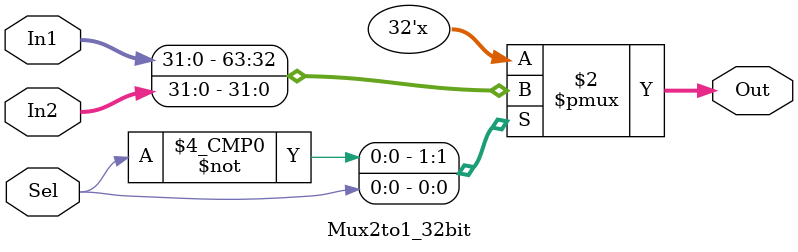
<source format=v>
`timescale 1ns / 1ps


module Mux2to1_32bit(In1, In2, Sel, Out);
  input  [31:0] In1, In2;
  input  Sel;
  output reg [31:0] Out;

  always @(In1, In2, Sel)
    case(Sel)
      0: Out <= In1;
      1: Out <= In2;
    endcase
endmodule

</source>
